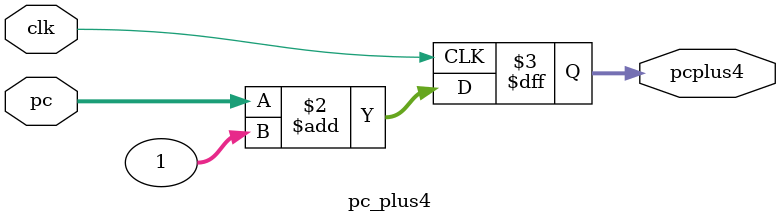
<source format=v>
module pc_plus4(
    input [31:0] pc,
    input clk,
    output reg [31:0] pcplus4
);
always @(posedge clk)
begin
    pcplus4 = pc + 1; // Computes pcplus4 = pc + 4 (next sequential instruction)
end
endmodule

</source>
